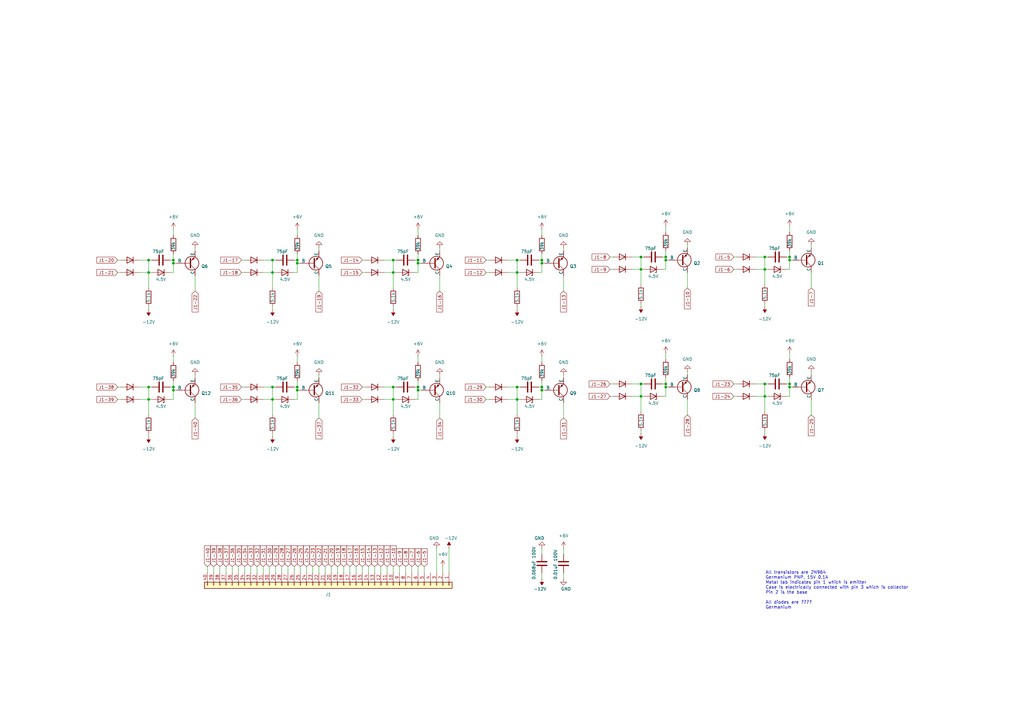
<source format=kicad_sch>
(kicad_sch (version 20250114) (generator "eeschema") (generator_version "9.0")
  (paper "A3")
  (text "All transistors are 2N964\nGermanium PNP, 15V 0.1A\nMetal tab indicates pin 1 which is emitter\nCase is electrically connected with pin 3 which is collector\nPin 2 is the base\n\nAll diodes are ????\nGermanium" (at 313.944 242.062 0) (effects (font (size 1.27 1.27)) (justify left)))
  (junction (at 111.76 106.68))
  (junction (at 212.09 163.83))
  (junction (at 262.89 157.48))
  (junction (at 60.96 158.75))
  (junction (at 60.96 111.76))
  (junction (at 273.05 106.68))
  (junction (at 111.76 158.75))
  (junction (at 121.92 106.68))
  (junction (at 161.29 106.68))
  (junction (at 262.89 105.41))
  (junction (at 262.89 110.49))
  (junction (at 171.45 158.75))
  (junction (at 313.69 110.49))
  (junction (at 121.92 107.95))
  (junction (at 222.25 158.75))
  (junction (at 313.69 105.41))
  (junction (at 323.85 106.68))
  (junction (at 273.05 158.75))
  (junction (at 222.25 106.68))
  (junction (at 323.85 105.41))
  (junction (at 171.45 107.95))
  (junction (at 71.12 158.75))
  (junction (at 212.09 106.68))
  (junction (at 71.12 106.68))
  (junction (at 111.76 111.76))
  (junction (at 212.09 111.76))
  (junction (at 161.29 111.76))
  (junction (at 171.45 160.02))
  (junction (at 222.25 107.95))
  (junction (at 273.05 105.41))
  (junction (at 111.76 163.83))
  (junction (at 273.05 157.48))
  (junction (at 161.29 163.83))
  (junction (at 323.85 158.75))
  (junction (at 60.96 163.83))
  (junction (at 313.69 162.56))
  (junction (at 212.09 158.75))
  (junction (at 161.29 158.75))
  (junction (at 313.69 157.48))
  (junction (at 222.25 160.02))
  (junction (at 71.12 107.95))
  (junction (at 171.45 106.68))
  (junction (at 121.92 160.02))
  (junction (at 121.92 158.75))
  (junction (at 323.85 157.48))
  (junction (at 60.96 106.68))
  (junction (at 71.12 160.02))
  (junction (at 262.89 162.56))
  (wire (pts (xy 140.97 232.41) (xy 140.97 234.95)))
  (wire (pts (xy 115.57 232.41) (xy 115.57 234.95)))
  (wire (pts (xy 273.05 106.68) (xy 273.05 110.49)))
  (wire (pts (xy 71.12 146.05) (xy 71.12 148.59)))
  (wire (pts (xy 313.69 105.41) (xy 313.69 110.49)))
  (wire (pts (xy 71.12 158.75) (xy 71.12 156.21)))
  (wire (pts (xy 323.85 105.41) (xy 322.58 105.41)))
  (wire (pts (xy 300.99 105.41) (xy 302.26 105.41)))
  (wire (pts (xy 208.28 106.68) (xy 212.09 106.68)))
  (wire (pts (xy 60.96 111.76) (xy 60.96 118.11)))
  (wire (pts (xy 71.12 107.95) (xy 72.39 107.95)))
  (wire (pts (xy 148.59 163.83) (xy 149.86 163.83)))
  (wire (pts (xy 220.98 163.83) (xy 222.25 163.83)))
  (wire (pts (xy 273.05 157.48) (xy 273.05 158.75)))
  (wire (pts (xy 80.01 102.87) (xy 80.01 101.6)))
  (wire (pts (xy 273.05 144.78) (xy 273.05 147.32)))
  (wire (pts (xy 157.48 163.83) (xy 161.29 163.83)))
  (wire (pts (xy 107.95 106.68) (xy 111.76 106.68)))
  (wire (pts (xy 170.18 111.76) (xy 171.45 111.76)))
  (wire (pts (xy 148.59 232.41) (xy 148.59 234.95)))
  (wire (pts (xy 323.85 144.78) (xy 323.85 147.32)))
  (wire (pts (xy 171.45 158.75) (xy 170.18 158.75)))
  (wire (pts (xy 314.96 162.56) (xy 313.69 162.56)))
  (wire (pts (xy 323.85 106.68) (xy 325.12 106.68)))
  (wire (pts (xy 121.92 158.75) (xy 120.65 158.75)))
  (wire (pts (xy 161.29 232.41) (xy 161.29 234.95)))
  (wire (pts (xy 166.37 232.41) (xy 166.37 234.95)))
  (wire (pts (xy 220.98 111.76) (xy 222.25 111.76)))
  (wire (pts (xy 60.96 163.83) (xy 60.96 170.18)))
  (wire (pts (xy 208.28 163.83) (xy 212.09 163.83)))
  (wire (pts (xy 71.12 158.75) (xy 71.12 160.02)))
  (wire (pts (xy 250.19 162.56) (xy 251.46 162.56)))
  (wire (pts (xy 48.26 158.75) (xy 49.53 158.75)))
  (wire (pts (xy 264.16 110.49) (xy 262.89 110.49)))
  (wire (pts (xy 181.61 232.41) (xy 181.61 234.95)))
  (wire (pts (xy 264.16 162.56) (xy 262.89 162.56)))
  (wire (pts (xy 161.29 163.83) (xy 161.29 170.18)))
  (wire (pts (xy 323.85 158.75) (xy 323.85 162.56)))
  (wire (pts (xy 212.09 158.75) (xy 212.09 163.83)))
  (wire (pts (xy 121.92 146.05) (xy 121.92 148.59)))
  (wire (pts (xy 259.08 110.49) (xy 262.89 110.49)))
  (wire (pts (xy 62.23 158.75) (xy 60.96 158.75)))
  (wire (pts (xy 60.96 179.07) (xy 60.96 177.8)))
  (wire (pts (xy 322.58 110.49) (xy 323.85 110.49)))
  (wire (pts (xy 273.05 92.71) (xy 273.05 95.25)))
  (wire (pts (xy 171.45 232.41) (xy 171.45 234.95)))
  (wire (pts (xy 123.19 232.41) (xy 123.19 234.95)))
  (wire (pts (xy 222.25 224.79) (xy 222.25 227.33)))
  (wire (pts (xy 118.11 232.41) (xy 118.11 234.95)))
  (wire (pts (xy 332.74 163.83) (xy 332.74 170.18)))
  (wire (pts (xy 180.34 165.1) (xy 180.34 171.45)))
  (wire (pts (xy 71.12 106.68) (xy 71.12 104.14)))
  (wire (pts (xy 102.87 232.41) (xy 102.87 234.95)))
  (wire (pts (xy 138.43 232.41) (xy 138.43 234.95)))
  (wire (pts (xy 180.34 154.94) (xy 180.34 153.67)))
  (wire (pts (xy 222.25 93.98) (xy 222.25 96.52)))
  (wire (pts (xy 99.06 106.68) (xy 100.33 106.68)))
  (wire (pts (xy 273.05 158.75) (xy 274.32 158.75)))
  (wire (pts (xy 60.96 127) (xy 60.96 125.73)))
  (wire (pts (xy 222.25 146.05) (xy 222.25 148.59)))
  (wire (pts (xy 128.27 232.41) (xy 128.27 234.95)))
  (wire (pts (xy 281.94 111.76) (xy 281.94 118.11)))
  (wire (pts (xy 130.81 154.94) (xy 130.81 153.67)))
  (wire (pts (xy 281.94 163.83) (xy 281.94 170.18)))
  (wire (pts (xy 199.39 111.76) (xy 200.66 111.76)))
  (wire (pts (xy 199.39 158.75) (xy 200.66 158.75)))
  (wire (pts (xy 69.85 111.76) (xy 71.12 111.76)))
  (wire (pts (xy 180.34 113.03) (xy 180.34 119.38)))
  (wire (pts (xy 99.06 111.76) (xy 100.33 111.76)))
  (wire (pts (xy 121.92 106.68) (xy 121.92 104.14)))
  (wire (pts (xy 332.74 101.6) (xy 332.74 100.33)))
  (wire (pts (xy 57.15 106.68) (xy 60.96 106.68)))
  (wire (pts (xy 208.28 111.76) (xy 212.09 111.76)))
  (wire (pts (xy 300.99 110.49) (xy 302.26 110.49)))
  (wire (pts (xy 171.45 106.68) (xy 171.45 107.95)))
  (wire (pts (xy 199.39 163.83) (xy 200.66 163.83)))
  (wire (pts (xy 273.05 105.41) (xy 273.05 106.68)))
  (wire (pts (xy 212.09 127) (xy 212.09 125.73)))
  (wire (pts (xy 97.79 232.41) (xy 97.79 234.95)))
  (wire (pts (xy 171.45 106.68) (xy 171.45 104.14)))
  (wire (pts (xy 171.45 158.75) (xy 171.45 156.21)))
  (wire (pts (xy 143.51 232.41) (xy 143.51 234.95)))
  (wire (pts (xy 213.36 111.76) (xy 212.09 111.76)))
  (wire (pts (xy 62.23 106.68) (xy 60.96 106.68)))
  (wire (pts (xy 271.78 162.56) (xy 273.05 162.56)))
  (wire (pts (xy 273.05 105.41) (xy 273.05 102.87)))
  (wire (pts (xy 157.48 111.76) (xy 161.29 111.76)))
  (wire (pts (xy 71.12 106.68) (xy 69.85 106.68)))
  (wire (pts (xy 262.89 157.48) (xy 262.89 162.56)))
  (wire (pts (xy 273.05 106.68) (xy 274.32 106.68)))
  (wire (pts (xy 163.83 232.41) (xy 163.83 234.95)))
  (wire (pts (xy 130.81 165.1) (xy 130.81 171.45)))
  (wire (pts (xy 92.71 232.41) (xy 92.71 234.95)))
  (wire (pts (xy 168.91 232.41) (xy 168.91 234.95)))
  (wire (pts (xy 250.19 105.41) (xy 251.46 105.41)))
  (wire (pts (xy 212.09 163.83) (xy 212.09 170.18)))
  (wire (pts (xy 213.36 158.75) (xy 212.09 158.75)))
  (wire (pts (xy 130.81 102.87) (xy 130.81 101.6)))
  (wire (pts (xy 90.17 232.41) (xy 90.17 234.95)))
  (wire (pts (xy 120.65 232.41) (xy 120.65 234.95)))
  (wire (pts (xy 250.19 110.49) (xy 251.46 110.49)))
  (wire (pts (xy 264.16 105.41) (xy 262.89 105.41)))
  (wire (pts (xy 62.23 111.76) (xy 60.96 111.76)))
  (wire (pts (xy 179.07 224.79) (xy 179.07 234.95)))
  (wire (pts (xy 113.03 111.76) (xy 111.76 111.76)))
  (wire (pts (xy 99.06 163.83) (xy 100.33 163.83)))
  (wire (pts (xy 323.85 105.41) (xy 323.85 106.68)))
  (wire (pts (xy 273.05 105.41) (xy 271.78 105.41)))
  (wire (pts (xy 130.81 232.41) (xy 130.81 234.95)))
  (wire (pts (xy 162.56 158.75) (xy 161.29 158.75)))
  (wire (pts (xy 105.41 232.41) (xy 105.41 234.95)))
  (wire (pts (xy 222.25 106.68) (xy 222.25 104.14)))
  (wire (pts (xy 273.05 157.48) (xy 271.78 157.48)))
  (wire (pts (xy 180.34 102.87) (xy 180.34 101.6)))
  (wire (pts (xy 250.19 157.48) (xy 251.46 157.48)))
  (wire (pts (xy 87.63 232.41) (xy 87.63 234.95)))
  (wire (pts (xy 332.74 153.67) (xy 332.74 152.4)))
  (wire (pts (xy 208.28 158.75) (xy 212.09 158.75)))
  (wire (pts (xy 111.76 158.75) (xy 111.76 163.83)))
  (wire (pts (xy 281.94 153.67) (xy 281.94 152.4)))
  (wire (pts (xy 314.96 105.41) (xy 313.69 105.41)))
  (wire (pts (xy 111.76 163.83) (xy 111.76 170.18)))
  (wire (pts (xy 121.92 107.95) (xy 123.19 107.95)))
  (wire (pts (xy 110.49 232.41) (xy 110.49 234.95)))
  (wire (pts (xy 157.48 106.68) (xy 161.29 106.68)))
  (wire (pts (xy 222.25 160.02) (xy 222.25 163.83)))
  (wire (pts (xy 309.88 105.41) (xy 313.69 105.41)))
  (wire (pts (xy 273.05 157.48) (xy 273.05 154.94)))
  (wire (pts (xy 100.33 232.41) (xy 100.33 234.95)))
  (wire (pts (xy 120.65 111.76) (xy 121.92 111.76)))
  (wire (pts (xy 273.05 158.75) (xy 273.05 162.56)))
  (wire (pts (xy 48.26 106.68) (xy 49.53 106.68)))
  (wire (pts (xy 111.76 179.07) (xy 111.76 177.8)))
  (wire (pts (xy 148.59 111.76) (xy 149.86 111.76)))
  (wire (pts (xy 171.45 107.95) (xy 171.45 111.76)))
  (wire (pts (xy 153.67 232.41) (xy 153.67 234.95)))
  (wire (pts (xy 121.92 106.68) (xy 121.92 107.95)))
  (wire (pts (xy 107.95 232.41) (xy 107.95 234.95)))
  (wire (pts (xy 170.18 163.83) (xy 171.45 163.83)))
  (wire (pts (xy 171.45 146.05) (xy 171.45 148.59)))
  (wire (pts (xy 161.29 158.75) (xy 161.29 163.83)))
  (wire (pts (xy 262.89 110.49) (xy 262.89 116.84)))
  (wire (pts (xy 309.88 157.48) (xy 313.69 157.48)))
  (wire (pts (xy 171.45 160.02) (xy 171.45 163.83)))
  (wire (pts (xy 111.76 127) (xy 111.76 125.73)))
  (wire (pts (xy 71.12 160.02) (xy 71.12 163.83)))
  (wire (pts (xy 323.85 158.75) (xy 325.12 158.75)))
  (wire (pts (xy 313.69 110.49) (xy 313.69 116.84)))
  (wire (pts (xy 171.45 158.75) (xy 171.45 160.02)))
  (wire (pts (xy 121.92 93.98) (xy 121.92 96.52)))
  (wire (pts (xy 323.85 106.68) (xy 323.85 110.49)))
  (wire (pts (xy 212.09 179.07) (xy 212.09 177.8)))
  (wire (pts (xy 113.03 163.83) (xy 111.76 163.83)))
  (wire (pts (xy 99.06 158.75) (xy 100.33 158.75)))
  (wire (pts (xy 171.45 160.02) (xy 172.72 160.02)))
  (wire (pts (xy 156.21 232.41) (xy 156.21 234.95)))
  (wire (pts (xy 60.96 158.75) (xy 60.96 163.83)))
  (wire (pts (xy 120.65 163.83) (xy 121.92 163.83)))
  (wire (pts (xy 57.15 163.83) (xy 60.96 163.83)))
  (wire (pts (xy 121.92 107.95) (xy 121.92 111.76)))
  (wire (pts (xy 231.14 154.94) (xy 231.14 153.67)))
  (wire (pts (xy 262.89 125.73) (xy 262.89 124.46)))
  (wire (pts (xy 281.94 101.6) (xy 281.94 100.33)))
  (wire (pts (xy 113.03 158.75) (xy 111.76 158.75)))
  (wire (pts (xy 199.39 106.68) (xy 200.66 106.68)))
  (wire (pts (xy 80.01 113.03) (xy 80.01 119.38)))
  (wire (pts (xy 222.25 158.75) (xy 220.98 158.75)))
  (wire (pts (xy 264.16 157.48) (xy 262.89 157.48)))
  (wire (pts (xy 161.29 179.07) (xy 161.29 177.8)))
  (wire (pts (xy 71.12 160.02) (xy 72.39 160.02)))
  (wire (pts (xy 111.76 106.68) (xy 111.76 111.76)))
  (wire (pts (xy 157.48 158.75) (xy 161.29 158.75)))
  (wire (pts (xy 113.03 232.41) (xy 113.03 234.95)))
  (wire (pts (xy 222.25 158.75) (xy 222.25 160.02)))
  (wire (pts (xy 332.74 111.76) (xy 332.74 118.11)))
  (wire (pts (xy 95.25 232.41) (xy 95.25 234.95)))
  (wire (pts (xy 259.08 157.48) (xy 262.89 157.48)))
  (wire (pts (xy 111.76 111.76) (xy 111.76 118.11)))
  (wire (pts (xy 162.56 163.83) (xy 161.29 163.83)))
  (wire (pts (xy 300.99 157.48) (xy 302.26 157.48)))
  (wire (pts (xy 125.73 232.41) (xy 125.73 234.95)))
  (wire (pts (xy 80.01 154.94) (xy 80.01 153.67)))
  (wire (pts (xy 148.59 106.68) (xy 149.86 106.68)))
  (wire (pts (xy 107.95 163.83) (xy 111.76 163.83)))
  (wire (pts (xy 162.56 106.68) (xy 161.29 106.68)))
  (wire (pts (xy 107.95 111.76) (xy 111.76 111.76)))
  (wire (pts (xy 231.14 102.87) (xy 231.14 101.6)))
  (wire (pts (xy 80.01 165.1) (xy 80.01 171.45)))
  (wire (pts (xy 133.35 232.41) (xy 133.35 234.95)))
  (wire (pts (xy 161.29 111.76) (xy 161.29 118.11)))
  (wire (pts (xy 146.05 232.41) (xy 146.05 234.95)))
  (wire (pts (xy 71.12 106.68) (xy 71.12 107.95)))
  (wire (pts (xy 313.69 125.73) (xy 313.69 124.46)))
  (wire (pts (xy 231.14 234.95) (xy 231.14 237.49)))
  (wire (pts (xy 71.12 107.95) (xy 71.12 111.76)))
  (wire (pts (xy 222.25 158.75) (xy 222.25 156.21)))
  (wire (pts (xy 222.25 106.68) (xy 220.98 106.68)))
  (wire (pts (xy 222.25 107.95) (xy 223.52 107.95)))
  (wire (pts (xy 323.85 157.48) (xy 323.85 158.75)))
  (wire (pts (xy 57.15 111.76) (xy 60.96 111.76)))
  (wire (pts (xy 262.89 177.8) (xy 262.89 176.53)))
  (wire (pts (xy 323.85 157.48) (xy 322.58 157.48)))
  (wire (pts (xy 222.25 107.95) (xy 222.25 111.76)))
  (wire (pts (xy 313.69 177.8) (xy 313.69 176.53)))
  (wire (pts (xy 161.29 127) (xy 161.29 125.73)))
  (wire (pts (xy 158.75 232.41) (xy 158.75 234.95)))
  (wire (pts (xy 222.25 234.95) (xy 222.25 237.49)))
  (wire (pts (xy 271.78 110.49) (xy 273.05 110.49)))
  (wire (pts (xy 322.58 162.56) (xy 323.85 162.56)))
  (wire (pts (xy 231.14 165.1) (xy 231.14 171.45)))
  (wire (pts (xy 313.69 157.48) (xy 313.69 162.56)))
  (wire (pts (xy 259.08 162.56) (xy 262.89 162.56)))
  (wire (pts (xy 300.99 162.56) (xy 302.26 162.56)))
  (wire (pts (xy 130.81 113.03) (xy 130.81 119.38)))
  (wire (pts (xy 151.13 232.41) (xy 151.13 234.95)))
  (wire (pts (xy 184.15 224.79) (xy 184.15 234.95)))
  (wire (pts (xy 171.45 93.98) (xy 171.45 96.52)))
  (wire (pts (xy 313.69 162.56) (xy 313.69 168.91)))
  (wire (pts (xy 314.96 157.48) (xy 313.69 157.48)))
  (wire (pts (xy 135.89 232.41) (xy 135.89 234.95)))
  (wire (pts (xy 259.08 105.41) (xy 262.89 105.41)))
  (wire (pts (xy 231.14 224.79) (xy 231.14 227.33)))
  (wire (pts (xy 121.92 158.75) (xy 121.92 156.21)))
  (wire (pts (xy 121.92 160.02) (xy 123.19 160.02)))
  (wire (pts (xy 212.09 111.76) (xy 212.09 118.11)))
  (wire (pts (xy 148.59 158.75) (xy 149.86 158.75)))
  (wire (pts (xy 323.85 105.41) (xy 323.85 102.87)))
  (wire (pts (xy 323.85 157.48) (xy 323.85 154.94)))
  (wire (pts (xy 213.36 163.83) (xy 212.09 163.83)))
  (wire (pts (xy 309.88 110.49) (xy 313.69 110.49)))
  (wire (pts (xy 222.25 160.02) (xy 223.52 160.02)))
  (wire (pts (xy 57.15 158.75) (xy 60.96 158.75)))
  (wire (pts (xy 121.92 160.02) (xy 121.92 163.83)))
  (wire (pts (xy 113.03 106.68) (xy 111.76 106.68)))
  (wire (pts (xy 161.29 106.68) (xy 161.29 111.76)))
  (wire (pts (xy 309.88 162.56) (xy 313.69 162.56)))
  (wire (pts (xy 323.85 92.71) (xy 323.85 95.25)))
  (wire (pts (xy 48.26 163.83) (xy 49.53 163.83)))
  (wire (pts (xy 60.96 106.68) (xy 60.96 111.76)))
  (wire (pts (xy 162.56 111.76) (xy 161.29 111.76)))
  (wire (pts (xy 222.25 106.68) (xy 222.25 107.95)))
  (wire (pts (xy 171.45 106.68) (xy 170.18 106.68)))
  (wire (pts (xy 62.23 163.83) (xy 60.96 163.83)))
  (wire (pts (xy 171.45 107.95) (xy 172.72 107.95)))
  (wire (pts (xy 262.89 105.41) (xy 262.89 110.49)))
  (wire (pts (xy 231.14 113.03) (xy 231.14 119.38)))
  (wire (pts (xy 71.12 93.98) (xy 71.12 96.52)))
  (wire (pts (xy 71.12 158.75) (xy 69.85 158.75)))
  (wire (pts (xy 69.85 163.83) (xy 71.12 163.83)))
  (wire (pts (xy 212.09 106.68) (xy 212.09 111.76)))
  (wire (pts (xy 173.99 232.41) (xy 173.99 234.95)))
  (wire (pts (xy 213.36 106.68) (xy 212.09 106.68)))
  (wire (pts (xy 314.96 110.49) (xy 313.69 110.49)))
  (wire (pts (xy 121.92 106.68) (xy 120.65 106.68)))
  (wire (pts (xy 262.89 162.56) (xy 262.89 168.91)))
  (wire (pts (xy 121.92 158.75) (xy 121.92 160.02)))
  (wire (pts (xy 85.09 232.41) (xy 85.09 234.95)))
  (wire (pts (xy 48.26 111.76) (xy 49.53 111.76)))
  (wire (pts (xy 107.95 158.75) (xy 111.76 158.75)))
  (global_label "J1-17" (shape input) (at 143.51 232.41 90) (property "Intersheetrefs" "${INTERSHEET_REFS}" (effects (hide yes))))
  (global_label "J1-16" (shape input) (at 146.05 232.41 90) (property "Intersheetrefs" "${INTERSHEET_REFS}" (effects (hide yes))))
  (global_label "J1-15" (shape input) (at 148.59 111.76 180) (property "Intersheetrefs" "${INTERSHEET_REFS}" (effects (hide yes))))
  (global_label "J1-5" (shape input) (at 173.99 232.41 90) (property "Intersheetrefs" "${INTERSHEET_REFS}" (effects (hide yes))))
  (global_label "J1-22" (shape input) (at 80.01 119.38 270) (property "Intersheetrefs" "${INTERSHEET_REFS}" (effects (hide yes))))
  (global_label "J1-14" (shape input) (at 151.13 232.41 90) (property "Intersheetrefs" "${INTERSHEET_REFS}" (effects (hide yes))))
  (global_label "J1-14" (shape input) (at 148.59 106.68 180) (property "Intersheetrefs" "${INTERSHEET_REFS}" (effects (hide yes))))
  (global_label "J1-19" (shape input) (at 138.43 232.41 90) (property "Intersheetrefs" "${INTERSHEET_REFS}" (effects (hide yes))))
  (global_label "J1-24" (shape input) (at 300.99 162.56 180) (property "Intersheetrefs" "${INTERSHEET_REFS}" (effects (hide yes))))
  (global_label "J1-12" (shape input) (at 199.39 111.76 180) (property "Intersheetrefs" "${INTERSHEET_REFS}" (effects (hide yes))))
  (global_label "J1-21" (shape input) (at 133.35 232.41 90) (property "Intersheetrefs" "${INTERSHEET_REFS}" (effects (hide yes))))
  (global_label "J1-38" (shape input) (at 90.17 232.41 90) (property "Intersheetrefs" "${INTERSHEET_REFS}" (effects (hide yes))))
  (global_label "J1-18" (shape input) (at 140.97 232.41 90) (property "Intersheetrefs" "${INTERSHEET_REFS}" (effects (hide yes))))
  (global_label "J1-6" (shape input) (at 171.45 232.41 90) (property "Intersheetrefs" "${INTERSHEET_REFS}" (effects (hide yes))))
  (global_label "J1-26" (shape input) (at 250.19 157.48 180) (property "Intersheetrefs" "${INTERSHEET_REFS}" (effects (hide yes))))
  (global_label "J1-32" (shape input) (at 105.41 232.41 90) (property "Intersheetrefs" "${INTERSHEET_REFS}" (effects (hide yes))))
  (global_label "J1-15" (shape input) (at 148.59 232.41 90) (property "Intersheetrefs" "${INTERSHEET_REFS}" (effects (hide yes))))
  (global_label "J1-29" (shape input) (at 113.03 232.41 90) (property "Intersheetrefs" "${INTERSHEET_REFS}" (effects (hide yes))))
  (global_label "J1-37" (shape input) (at 92.71 232.41 90) (property "Intersheetrefs" "${INTERSHEET_REFS}" (effects (hide yes))))
  (global_label "J1-40" (shape input) (at 85.09 232.41 90) (property "Intersheetrefs" "${INTERSHEET_REFS}" (effects (hide yes))))
  (global_label "J1-26" (shape input) (at 120.65 232.41 90) (property "Intersheetrefs" "${INTERSHEET_REFS}" (effects (hide yes))))
  (global_label "J1-19" (shape input) (at 130.81 119.38 270) (property "Intersheetrefs" "${INTERSHEET_REFS}" (effects (hide yes))))
  (global_label "J1-5" (shape input) (at 300.99 105.41 180) (property "Intersheetrefs" "${INTERSHEET_REFS}" (effects (hide yes))))
  (global_label "J1-35" (shape input) (at 99.06 158.75 180) (property "Intersheetrefs" "${INTERSHEET_REFS}" (effects (hide yes))))
  (global_label "J1-20" (shape input) (at 135.89 232.41 90) (property "Intersheetrefs" "${INTERSHEET_REFS}" (effects (hide yes))))
  (global_label "J1-25" (shape input) (at 332.74 170.18 270) (property "Intersheetrefs" "${INTERSHEET_REFS}" (effects (hide yes))))
  (global_label "J1-17" (shape input) (at 99.06 106.68 180) (property "Intersheetrefs" "${INTERSHEET_REFS}" (effects (hide yes))))
  (global_label "J1-8" (shape input) (at 250.19 105.41 180) (property "Intersheetrefs" "${INTERSHEET_REFS}" (effects (hide yes))))
  (global_label "J1-37" (shape input) (at 130.81 171.45 270) (property "Intersheetrefs" "${INTERSHEET_REFS}" (effects (hide yes))))
  (global_label "J1-16" (shape input) (at 180.34 119.38 270) (property "Intersheetrefs" "${INTERSHEET_REFS}" (effects (hide yes))))
  (global_label "J1-39" (shape input) (at 87.63 232.41 90) (property "Intersheetrefs" "${INTERSHEET_REFS}" (effects (hide yes))))
  (global_label "J1-28" (shape input) (at 115.57 232.41 90) (property "Intersheetrefs" "${INTERSHEET_REFS}" (effects (hide yes))))
  (global_label "J1-11" (shape input) (at 158.75 232.41 90) (property "Intersheetrefs" "${INTERSHEET_REFS}" (effects (hide yes))))
  (global_label "J1-31" (shape input) (at 107.95 232.41 90) (property "Intersheetrefs" "${INTERSHEET_REFS}" (effects (hide yes))))
  (global_label "J1-33" (shape input) (at 102.87 232.41 90) (property "Intersheetrefs" "${INTERSHEET_REFS}" (effects (hide yes))))
  (global_label "J1-6" (shape input) (at 300.99 110.49 180) (property "Intersheetrefs" "${INTERSHEET_REFS}" (effects (hide yes))))
  (global_label "J1-18" (shape input) (at 99.06 111.76 180) (property "Intersheetrefs" "${INTERSHEET_REFS}" (effects (hide yes))))
  (global_label "J1-38" (shape input) (at 48.26 158.75 180) (property "Intersheetrefs" "${INTERSHEET_REFS}" (effects (hide yes))))
  (global_label "J1-10" (shape input) (at 161.29 232.41 90) (property "Intersheetrefs" "${INTERSHEET_REFS}" (effects (hide yes))))
  (global_label "J1-13" (shape input) (at 231.14 119.38 270) (property "Intersheetrefs" "${INTERSHEET_REFS}" (effects (hide yes))))
  (global_label "J1-8" (shape input) (at 166.37 232.41 90) (property "Intersheetrefs" "${INTERSHEET_REFS}" (effects (hide yes))))
  (global_label "J1-12" (shape input) (at 156.21 232.41 90) (property "Intersheetrefs" "${INTERSHEET_REFS}" (effects (hide yes))))
  (global_label "J1-24" (shape input) (at 125.73 232.41 90) (property "Intersheetrefs" "${INTERSHEET_REFS}" (effects (hide yes))))
  (global_label "J1-36" (shape input) (at 99.06 163.83 180) (property "Intersheetrefs" "${INTERSHEET_REFS}" (effects (hide yes))))
  (global_label "J1-27" (shape input) (at 250.19 162.56 180) (property "Intersheetrefs" "${INTERSHEET_REFS}" (effects (hide yes))))
  (global_label "J1-30" (shape input) (at 110.49 232.41 90) (property "Intersheetrefs" "${INTERSHEET_REFS}" (effects (hide yes))))
  (global_label "J1-13" (shape input) (at 153.67 232.41 90) (property "Intersheetrefs" "${INTERSHEET_REFS}" (effects (hide yes))))
  (global_label "J1-34" (shape input) (at 180.34 171.45 270) (property "Intersheetrefs" "${INTERSHEET_REFS}" (effects (hide yes))))
  (global_label "J1-29" (shape input) (at 199.39 158.75 180) (property "Intersheetrefs" "${INTERSHEET_REFS}" (effects (hide yes))))
  (global_label "J1-39" (shape input) (at 48.26 163.83 180) (property "Intersheetrefs" "${INTERSHEET_REFS}" (effects (hide yes))))
  (global_label "J1-35" (shape input) (at 97.79 232.41 90) (property "Intersheetrefs" "${INTERSHEET_REFS}" (effects (hide yes))))
  (global_label "J1-22" (shape input) (at 130.81 232.41 90) (property "Intersheetrefs" "${INTERSHEET_REFS}" (effects (hide yes))))
  (global_label "J1-23" (shape input) (at 128.27 232.41 90) (property "Intersheetrefs" "${INTERSHEET_REFS}" (effects (hide yes))))
  (global_label "J1-11" (shape input) (at 199.39 106.68 180) (property "Intersheetrefs" "${INTERSHEET_REFS}" (effects (hide yes))))
  (global_label "J1-27" (shape input) (at 118.11 232.41 90) (property "Intersheetrefs" "${INTERSHEET_REFS}" (effects (hide yes))))
  (global_label "J1-31" (shape input) (at 231.14 171.45 270) (property "Intersheetrefs" "${INTERSHEET_REFS}" (effects (hide yes))))
  (global_label "J1-32" (shape input) (at 148.59 158.75 180) (property "Intersheetrefs" "${INTERSHEET_REFS}" (effects (hide yes))))
  (global_label "J1-9" (shape input) (at 250.19 110.49 180) (property "Intersheetrefs" "${INTERSHEET_REFS}" (effects (hide yes))))
  (global_label "J1-23" (shape input) (at 300.99 157.48 180) (property "Intersheetrefs" "${INTERSHEET_REFS}" (effects (hide yes))))
  (global_label "J1-20" (shape input) (at 48.26 106.68 180) (property "Intersheetrefs" "${INTERSHEET_REFS}" (effects (hide yes))))
  (global_label "J1-21" (shape input) (at 48.26 111.76 180) (property "Intersheetrefs" "${INTERSHEET_REFS}" (effects (hide yes))))
  (global_label "J1-28" (shape input) (at 281.94 170.18 270) (property "Intersheetrefs" "${INTERSHEET_REFS}" (effects (hide yes))))
  (global_label "J1-33" (shape input) (at 148.59 163.83 180) (property "Intersheetrefs" "${INTERSHEET_REFS}" (effects (hide yes))))
  (global_label "J1-34" (shape input) (at 100.33 232.41 90) (property "Intersheetrefs" "${INTERSHEET_REFS}" (effects (hide yes))))
  (global_label "J1-40" (shape input) (at 80.01 171.45 270) (property "Intersheetrefs" "${INTERSHEET_REFS}" (effects (hide yes))))
  (global_label "J1-7" (shape input) (at 168.91 232.41 90) (property "Intersheetrefs" "${INTERSHEET_REFS}" (effects (hide yes))))
  (global_label "J1-10" (shape input) (at 281.94 118.11 270) (property "Intersheetrefs" "${INTERSHEET_REFS}" (effects (hide yes))))
  (global_label "J1-9" (shape input) (at 163.83 232.41 90) (property "Intersheetrefs" "${INTERSHEET_REFS}" (effects (hide yes))))
  (global_label "J1-30" (shape input) (at 199.39 163.83 180) (property "Intersheetrefs" "${INTERSHEET_REFS}" (effects (hide yes))))
  (global_label "J1-7" (shape input) (at 332.74 118.11 270) (property "Intersheetrefs" "${INTERSHEET_REFS}" (effects (hide yes))))
  (global_label "J1-25" (shape input) (at 123.19 232.41 90) (property "Intersheetrefs" "${INTERSHEET_REFS}" (effects (hide yes))))
  (global_label "J1-36" (shape input) (at 95.25 232.41 90) (property "Intersheetrefs" "${INTERSHEET_REFS}" (effects (hide yes))))
  (symbol (lib_id "power:-12V") (at 111.76 127 0) (mirror x) (unit 1)
    (property "Reference" "#PWR042" (effects (hide yes)))
    (property "Value" "-12V" (at 111.76 132.08 0))
    (property "Description" "Power symbol creates a global label with name \"-12V\"" (effects (hide yes)))
  )
  (symbol (lib_id "Device:R") (at 212.09 173.99 0) (mirror x) (unit 1)
    (property "Reference" "R41" (effects (hide yes)))
    (property "Value" "5.1k" (at 212.09 171.958 90) (effects (justify left)))
    (property "Description" "Resistor" (effects (hide yes)))
  )
  (symbol (lib_id "Device:R") (at 313.69 172.72 0) (mirror x) (unit 1)
    (property "Reference" "R45" (effects (hide yes)))
    (property "Value" "5.1k" (at 313.69 170.688 90) (effects (justify left)))
    (property "Description" "Resistor" (effects (hide yes)))
  )
  (symbol (lib_id "Device:R") (at 313.69 120.65 0) (mirror x) (unit 1)
    (property "Reference" "R23" (effects (hide yes)))
    (property "Value" "5.1k" (at 313.69 118.618 90) (effects (justify left)))
    (property "Description" "Resistor" (effects (hide yes)))
  )
  (symbol (lib_id "Device:R") (at 60.96 173.99 0) (mirror x) (unit 1)
    (property "Reference" "R35" (effects (hide yes)))
    (property "Value" "5.1k" (at 60.96 171.958 90) (effects (justify left)))
    (property "Description" "Resistor" (effects (hide yes)))
  )
  (symbol (lib_id "power:-12V") (at 212.09 127 0) (mirror x) (unit 1)
    (property "Reference" "#PWR036" (effects (hide yes)))
    (property "Value" "-12V" (at 212.09 132.08 0))
    (property "Description" "Power symbol creates a global label with name \"-12V\"" (effects (hide yes)))
  )
  (symbol (lib_id "Device:D") (at 153.67 163.83 0) (mirror y) (unit 1)
    (property "Reference" "D88" (effects (hide yes)))
    (property "Value" "D" (effects (hide yes)))
    (property "Description" "Diode" (effects (hide yes)))
    (property "Sim.Device" "D" (effects (hide yes)))
    (property "Sim.Pins" "1=K 2=A" (effects (hide yes)))
  )
  (symbol (lib_id "Device:D") (at 53.34 163.83 0) (mirror y) (unit 1)
    (property "Reference" "D82" (effects (hide yes)))
    (property "Value" "D" (effects (hide yes)))
    (property "Description" "Diode" (effects (hide yes)))
    (property "Sim.Device" "D" (effects (hide yes)))
    (property "Sim.Pins" "1=K 2=A" (effects (hide yes)))
  )
  (symbol (lib_id "Device:R") (at 121.92 152.4 180) (unit 1)
    (property "Reference" "R38" (effects (hide yes)))
    (property "Value" "39k" (at 121.92 151.13 90) (effects (justify left)))
    (property "Description" "Resistor" (effects (hide yes)))
  )
  (symbol (lib_id "Simulation_SPICE:PNP") (at 279.4 106.68 0) (mirror x) (unit 1)
    (property "Reference" "Q2" (at 284.48 107.9501 0) (effects (justify left)))
    (property "Value" "PNP" (effects (hide yes)))
    (property "Datasheet" "https://ngspice.sourceforge.io/docs/ngspice-html-manual/manual.xhtml#cha_BJTs" (effects (hide yes)))
    (property "Description" "Bipolar transistor symbol for simulation only, substrate tied to the emitter" (effects (hide yes)))
    (property "Sim.Device" "PNP" (effects (hide yes)))
    (property "Sim.Type" "GUMMELPOON" (effects (hide yes)))
    (property "Sim.Pins" "1=C 2=B 3=E" (effects (hide yes)))
  )
  (symbol (lib_id "Simulation_SPICE:PNP") (at 330.2 158.75 0) (mirror x) (unit 1)
    (property "Reference" "Q7" (at 335.28 160.0201 0) (effects (justify left)))
    (property "Value" "PNP" (effects (hide yes)))
    (property "Datasheet" "https://ngspice.sourceforge.io/docs/ngspice-html-manual/manual.xhtml#cha_BJTs" (effects (hide yes)))
    (property "Description" "Bipolar transistor symbol for simulation only, substrate tied to the emitter" (effects (hide yes)))
    (property "Sim.Device" "PNP" (effects (hide yes)))
    (property "Sim.Type" "GUMMELPOON" (effects (hide yes)))
    (property "Sim.Pins" "1=C 2=B 3=E" (effects (hide yes)))
  )
  (symbol (lib_id "power:GND") (at 231.14 237.49 0) (unit 1)
    (property "Reference" "#PWR04" (effects (hide yes)))
    (property "Value" "GND" (at 232.156 241.554 0))
    (property "Description" "Power symbol creates a global label with name \"GND\" , ground" (effects (hide yes)))
  )
  (symbol (lib_id "Device:R") (at 171.45 100.33 180) (unit 1)
    (property "Reference" "R28" (effects (hide yes)))
    (property "Value" "39k" (at 171.45 99.06 90) (effects (justify left)))
    (property "Description" "Resistor" (effects (hide yes)))
  )
  (symbol (lib_id "power:+6V") (at 323.85 92.71 0) (unit 1)
    (property "Reference" "#PWR029" (effects (hide yes)))
    (property "Value" "+6V" (at 323.85 87.63 0))
    (property "Description" "Power symbol creates a global label with name \"+6V\"" (effects (hide yes)))
  )
  (symbol (lib_id "Device:D") (at 104.14 163.83 0) (mirror y) (unit 1)
    (property "Reference" "D85" (effects (hide yes)))
    (property "Value" "D" (effects (hide yes)))
    (property "Description" "Diode" (effects (hide yes)))
    (property "Sim.Device" "D" (effects (hide yes)))
    (property "Sim.Pins" "1=K 2=A" (effects (hide yes)))
  )
  (symbol (lib_id "power:GND") (at 180.34 101.6 180) (unit 1)
    (property "Reference" "#PWR035" (effects (hide yes)))
    (property "Value" "GND" (at 180.34 96.52 0))
    (property "Description" "Power symbol creates a global label with name \"GND\" , ground" (effects (hide yes)))
  )
  (symbol (lib_id "power:-12V") (at 262.89 125.73 0) (mirror x) (unit 1)
    (property "Reference" "#PWR030" (effects (hide yes)))
    (property "Value" "-12V" (at 262.89 130.81 0))
    (property "Description" "Power symbol creates a global label with name \"-12V\"" (effects (hide yes)))
  )
  (symbol (lib_id "power:-12V") (at 60.96 127 0) (mirror x) (unit 1)
    (property "Reference" "#PWR039" (effects (hide yes)))
    (property "Value" "-12V" (at 60.96 132.08 0))
    (property "Description" "Power symbol creates a global label with name \"-12V\"" (effects (hide yes)))
  )
  (symbol (lib_id "power:GND") (at 332.74 152.4 180) (unit 1)
    (property "Reference" "#PWR062" (effects (hide yes)))
    (property "Value" "GND" (at 332.74 147.32 0))
    (property "Description" "Power symbol creates a global label with name \"GND\" , ground" (effects (hide yes)))
  )
  (symbol (lib_id "Simulation_SPICE:PNP") (at 128.27 160.02 0) (mirror x) (unit 1)
    (property "Reference" "Q11" (at 133.35 161.2901 0) (effects (justify left)))
    (property "Value" "PNP" (effects (hide yes)))
    (property "Datasheet" "https://ngspice.sourceforge.io/docs/ngspice-html-manual/manual.xhtml#cha_BJTs" (effects (hide yes)))
    (property "Description" "Bipolar transistor symbol for simulation only, substrate tied to the emitter" (effects (hide yes)))
    (property "Sim.Device" "PNP" (effects (hide yes)))
    (property "Sim.Type" "GUMMELPOON" (effects (hide yes)))
    (property "Sim.Pins" "1=C 2=B 3=E" (effects (hide yes)))
  )
  (symbol (lib_id "power:+6V") (at 273.05 144.78 0) (unit 1)
    (property "Reference" "#PWR058" (effects (hide yes)))
    (property "Value" "+6V" (at 273.05 139.7 0))
    (property "Description" "Power symbol creates a global label with name \"+6V\"" (effects (hide yes)))
  )
  (symbol (lib_id "power:GND") (at 222.25 224.79 180) (unit 1)
    (property "Reference" "#PWR03" (effects (hide yes)))
    (property "Value" "GND" (at 221.234 220.726 0))
    (property "Description" "Power symbol creates a global label with name \"GND\" , ground" (effects (hide yes)))
  )
  (symbol (lib_id "Device:C") (at 318.77 105.41 270) (mirror x) (unit 1)
    (property "Reference" "C11" (effects (hide yes)))
    (property "Value" "75pF" (at 315.214 101.854 90) (effects (justify left)))
    (property "Description" "Unpolarized capacitor" (effects (hide yes)))
  )
  (symbol (lib_id "power:GND") (at 179.07 224.79 180) (unit 1)
    (property "Reference" "#PWR01" (effects (hide yes)))
    (property "Value" "GND" (at 178.054 220.726 0))
    (property "Description" "Power symbol creates a global label with name \"GND\" , ground" (effects (hide yes)))
  )
  (symbol (lib_id "power:-12V") (at 161.29 127 0) (mirror x) (unit 1)
    (property "Reference" "#PWR033" (effects (hide yes)))
    (property "Value" "-12V" (at 161.29 132.08 0))
    (property "Description" "Power symbol creates a global label with name \"-12V\"" (effects (hide yes)))
  )
  (symbol (lib_id "Device:C") (at 231.14 231.14 0) (mirror y) (unit 1)
    (property "Reference" "C10" (effects (hide yes)))
    (property "Value" "0.01uF 100V" (at 227.838 237.744 90) (effects (justify left)))
    (property "Description" "Unpolarized capacitor" (effects (hide yes)))
  )
  (symbol (lib_id "power:+6V") (at 181.61 232.41 0) (unit 1)
    (property "Reference" "#PWR02" (effects (hide yes)))
    (property "Value" "+6V" (at 181.61 227.33 0))
    (property "Description" "Power symbol creates a global label with name \"+6V\"" (effects (hide yes)))
  )
  (symbol (lib_id "power:GND") (at 231.14 153.67 180) (unit 1)
    (property "Reference" "#PWR056" (effects (hide yes)))
    (property "Value" "GND" (at 231.14 148.59 0))
    (property "Description" "Power symbol creates a global label with name \"GND\" , ground" (effects (hide yes)))
  )
  (symbol (lib_id "power:GND") (at 130.81 101.6 180) (unit 1)
    (property "Reference" "#PWR044" (effects (hide yes)))
    (property "Value" "GND" (at 130.81 96.52 0))
    (property "Description" "Power symbol creates a global label with name \"GND\" , ground" (effects (hide yes)))
  )
  (symbol (lib_id "Device:D") (at 306.07 110.49 0) (mirror y) (unit 1)
    (property "Reference" "D64" (effects (hide yes)))
    (property "Value" "D" (effects (hide yes)))
    (property "Description" "Diode" (effects (hide yes)))
    (property "Sim.Device" "D" (effects (hide yes)))
    (property "Sim.Pins" "1=K 2=A" (effects (hide yes)))
  )
  (symbol (lib_id "Device:R") (at 60.96 121.92 0) (mirror x) (unit 1)
    (property "Reference" "R31" (effects (hide yes)))
    (property "Value" "5.1k" (at 60.96 119.888 90) (effects (justify left)))
    (property "Description" "Resistor" (effects (hide yes)))
  )
  (symbol (lib_id "Device:R") (at 222.25 100.33 180) (unit 1)
    (property "Reference" "R30" (effects (hide yes)))
    (property "Value" "39k" (at 222.25 99.06 90) (effects (justify left)))
    (property "Description" "Resistor" (effects (hide yes)))
  )
  (symbol (lib_id "Simulation_SPICE:PNP") (at 77.47 107.95 0) (mirror x) (unit 1)
    (property "Reference" "Q6" (at 82.55 109.2201 0) (effects (justify left)))
    (property "Value" "PNP" (effects (hide yes)))
    (property "Datasheet" "https://ngspice.sourceforge.io/docs/ngspice-html-manual/manual.xhtml#cha_BJTs" (effects (hide yes)))
    (property "Description" "Bipolar transistor symbol for simulation only, substrate tied to the emitter" (effects (hide yes)))
    (property "Sim.Device" "PNP" (effects (hide yes)))
    (property "Sim.Type" "GUMMELPOON" (effects (hide yes)))
    (property "Sim.Pins" "1=C 2=B 3=E" (effects (hide yes)))
  )
  (symbol (lib_id "Device:D") (at 53.34 106.68 0) (mirror y) (unit 1)
    (property "Reference" "D75" (effects (hide yes)))
    (property "Value" "D" (effects (hide yes)))
    (property "Description" "Diode" (effects (hide yes)))
    (property "Sim.Device" "D" (effects (hide yes)))
    (property "Sim.Pins" "1=K 2=A" (effects (hide yes)))
  )
  (symbol (lib_id "Device:R") (at 273.05 151.13 180) (unit 1)
    (property "Reference" "R44" (effects (hide yes)))
    (property "Value" "39k" (at 273.05 149.86 90) (effects (justify left)))
    (property "Description" "Resistor" (effects (hide yes)))
  )
  (symbol (lib_id "Device:R") (at 262.89 120.65 0) (mirror x) (unit 1)
    (property "Reference" "R25" (effects (hide yes)))
    (property "Value" "5.1k" (at 262.89 118.618 90) (effects (justify left)))
    (property "Description" "Resistor" (effects (hide yes)))
  )
  (symbol (lib_id "Device:D") (at 153.67 158.75 0) (mirror y) (unit 1)
    (property "Reference" "D87" (effects (hide yes)))
    (property "Value" "D" (effects (hide yes)))
    (property "Description" "Diode" (effects (hide yes)))
    (property "Sim.Device" "D" (effects (hide yes)))
    (property "Sim.Pins" "1=K 2=A" (effects (hide yes)))
  )
  (symbol (lib_id "Simulation_SPICE:PNP") (at 177.8 107.95 0) (mirror x) (unit 1)
    (property "Reference" "Q4" (at 182.88 109.2201 0) (effects (justify left)))
    (property "Value" "PNP" (effects (hide yes)))
    (property "Datasheet" "https://ngspice.sourceforge.io/docs/ngspice-html-manual/manual.xhtml#cha_BJTs" (effects (hide yes)))
    (property "Description" "Bipolar transistor symbol for simulation only, substrate tied to the emitter" (effects (hide yes)))
    (property "Sim.Device" "PNP" (effects (hide yes)))
    (property "Sim.Type" "GUMMELPOON" (effects (hide yes)))
    (property "Sim.Pins" "1=C 2=B 3=E" (effects (hide yes)))
  )
  (symbol (lib_id "Device:R") (at 161.29 173.99 0) (mirror x) (unit 1)
    (property "Reference" "R39" (effects (hide yes)))
    (property "Value" "5.1k" (at 161.29 171.958 90) (effects (justify left)))
    (property "Description" "Resistor" (effects (hide yes)))
  )
  (symbol (lib_id "power:+6V") (at 323.85 144.78 0) (unit 1)
    (property "Reference" "#PWR061" (effects (hide yes)))
    (property "Value" "+6V" (at 323.85 139.7 0))
    (property "Description" "Power symbol creates a global label with name \"+6V\"" (effects (hide yes)))
  )
  (symbol (lib_id "power:-12V") (at 161.29 179.07 0) (mirror x) (unit 1)
    (property "Reference" "#PWR051" (effects (hide yes)))
    (property "Value" "-12V" (at 161.29 184.15 0))
    (property "Description" "Power symbol creates a global label with name \"-12V\"" (effects (hide yes)))
  )
  (symbol (lib_id "Device:C") (at 217.17 158.75 270) (mirror x) (unit 1)
    (property "Reference" "C20" (effects (hide yes)))
    (property "Value" "75pF" (at 213.614 155.194 90) (effects (justify left)))
    (property "Description" "Unpolarized capacitor" (effects (hide yes)))
  )
  (symbol (lib_id "Device:D") (at 255.27 105.41 0) (mirror y) (unit 1)
    (property "Reference" "D66" (effects (hide yes)))
    (property "Value" "D" (effects (hide yes)))
    (property "Description" "Diode" (effects (hide yes)))
    (property "Sim.Device" "D" (effects (hide yes)))
    (property "Sim.Pins" "1=K 2=A" (effects (hide yes)))
  )
  (symbol (lib_id "Device:C") (at 66.04 158.75 270) (mirror x) (unit 1)
    (property "Reference" "C17" (effects (hide yes)))
    (property "Value" "75pF" (at 62.484 155.194 90) (effects (justify left)))
    (property "Description" "Unpolarized capacitor" (effects (hide yes)))
  )
  (symbol (lib_id "power:-12V") (at 262.89 177.8 0) (mirror x) (unit 1)
    (property "Reference" "#PWR057" (effects (hide yes)))
    (property "Value" "-12V" (at 262.89 182.88 0))
    (property "Description" "Power symbol creates a global label with name \"-12V\"" (effects (hide yes)))
  )
  (symbol (lib_id "power:+6V") (at 222.25 146.05 0) (unit 1)
    (property "Reference" "#PWR055" (effects (hide yes)))
    (property "Value" "+6V" (at 222.25 140.97 0))
    (property "Description" "Power symbol creates a global label with name \"+6V\"" (effects (hide yes)))
  )
  (symbol (lib_id "Device:R") (at 111.76 173.99 0) (mirror x) (unit 1)
    (property "Reference" "R37" (effects (hide yes)))
    (property "Value" "5.1k" (at 111.76 171.958 90) (effects (justify left)))
    (property "Description" "Resistor" (effects (hide yes)))
  )
  (symbol (lib_id "power:+6V") (at 222.25 93.98 0) (unit 1)
    (property "Reference" "#PWR037" (effects (hide yes)))
    (property "Value" "+6V" (at 222.25 88.9 0))
    (property "Description" "Power symbol creates a global label with name \"+6V\"" (effects (hide yes)))
  )
  (symbol (lib_id "Simulation_SPICE:PNP") (at 128.27 107.95 0) (mirror x) (unit 1)
    (property "Reference" "Q5" (at 133.35 109.2201 0) (effects (justify left)))
    (property "Value" "PNP" (effects (hide yes)))
    (property "Datasheet" "https://ngspice.sourceforge.io/docs/ngspice-html-manual/manual.xhtml#cha_BJTs" (effects (hide yes)))
    (property "Description" "Bipolar transistor symbol for simulation only, substrate tied to the emitter" (effects (hide yes)))
    (property "Sim.Device" "PNP" (effects (hide yes)))
    (property "Sim.Type" "GUMMELPOON" (effects (hide yes)))
    (property "Sim.Pins" "1=C 2=B 3=E" (effects (hide yes)))
  )
  (symbol (lib_id "power:GND") (at 80.01 153.67 180) (unit 1)
    (property "Reference" "#PWR047" (effects (hide yes)))
    (property "Value" "GND" (at 80.01 148.59 0))
    (property "Description" "Power symbol creates a global label with name \"GND\" , ground" (effects (hide yes)))
  )
  (symbol (lib_id "power:+6V") (at 231.14 224.79 0) (unit 1)
    (property "Reference" "#PWR05" (effects (hide yes)))
    (property "Value" "+6V" (at 231.14 219.71 0))
    (property "Description" "Power symbol creates a global label with name \"+6V\"" (effects (hide yes)))
  )
  (symbol (lib_id "Device:D") (at 255.27 110.49 0) (mirror y) (unit 1)
    (property "Reference" "D67" (effects (hide yes)))
    (property "Value" "D" (effects (hide yes)))
    (property "Description" "Diode" (effects (hide yes)))
    (property "Sim.Device" "D" (effects (hide yes)))
    (property "Sim.Pins" "1=K 2=A" (effects (hide yes)))
  )
  (symbol (lib_id "Device:D_Zener") (at 166.37 163.83 180) (unit 1)
    (property "Reference" "D5" (effects (hide yes)))
    (property "Value" "4.5V" (at 166.37 166.624 0))
    (property "Description" "Zener diode" (effects (hide yes)))
  )
  (symbol (lib_id "Device:D_Zener") (at 267.97 162.56 180) (unit 1)
    (property "Reference" "D9" (effects (hide yes)))
    (property "Value" "4.5V" (at 267.97 165.354 0))
    (property "Description" "Zener diode" (effects (hide yes)))
  )
  (symbol (lib_id "power:-12V") (at 184.15 224.79 0) (unit 1)
    (property "Reference" "#PWR06" (effects (hide yes)))
    (property "Value" "-12V" (at 184.912 220.726 0))
    (property "Description" "Power symbol creates a global label with name \"-12V\"" (effects (hide yes)))
  )
  (symbol (lib_id "Simulation_SPICE:PNP") (at 330.2 106.68 0) (mirror x) (unit 1)
    (property "Reference" "Q1" (at 335.28 107.9501 0) (effects (justify left)))
    (property "Value" "PNP" (effects (hide yes)))
    (property "Datasheet" "https://ngspice.sourceforge.io/docs/ngspice-html-manual/manual.xhtml#cha_BJTs" (effects (hide yes)))
    (property "Description" "Bipolar transistor symbol for simulation only, substrate tied to the emitter" (effects (hide yes)))
    (property "Sim.Device" "PNP" (effects (hide yes)))
    (property "Sim.Type" "GUMMELPOON" (effects (hide yes)))
    (property "Sim.Pins" "1=C 2=B 3=E" (effects (hide yes)))
  )
  (symbol (lib_id "Device:D_Zener") (at 116.84 111.76 180) (unit 1)
    (property "Reference" "D3" (effects (hide yes)))
    (property "Value" "4.5V" (at 116.84 114.554 0))
    (property "Description" "Zener diode" (effects (hide yes)))
  )
  (symbol (lib_id "Device:D") (at 204.47 158.75 0) (mirror y) (unit 1)
    (property "Reference" "D90" (effects (hide yes)))
    (property "Value" "D" (effects (hide yes)))
    (property "Description" "Diode" (effects (hide yes)))
    (property "Sim.Device" "D" (effects (hide yes)))
    (property "Sim.Pins" "1=K 2=A" (effects (hide yes)))
  )
  (symbol (lib_id "Simulation_SPICE:PNP") (at 177.8 160.02 0) (mirror x) (unit 1)
    (property "Reference" "Q10" (at 182.88 161.2901 0) (effects (justify left)))
    (property "Value" "PNP" (effects (hide yes)))
    (property "Datasheet" "https://ngspice.sourceforge.io/docs/ngspice-html-manual/manual.xhtml#cha_BJTs" (effects (hide yes)))
    (property "Description" "Bipolar transistor symbol for simulation only, substrate tied to the emitter" (effects (hide yes)))
    (property "Sim.Device" "PNP" (effects (hide yes)))
    (property "Sim.Type" "GUMMELPOON" (effects (hide yes)))
    (property "Sim.Pins" "1=C 2=B 3=E" (effects (hide yes)))
  )
  (symbol (lib_id "power:-12V") (at 313.69 177.8 0) (mirror x) (unit 1)
    (property "Reference" "#PWR060" (effects (hide yes)))
    (property "Value" "-12V" (at 313.69 182.88 0))
    (property "Description" "Power symbol creates a global label with name \"-12V\"" (effects (hide yes)))
  )
  (symbol (lib_id "Device:D") (at 306.07 105.41 0) (mirror y) (unit 1)
    (property "Reference" "D63" (effects (hide yes)))
    (property "Value" "D" (effects (hide yes)))
    (property "Description" "Diode" (effects (hide yes)))
    (property "Sim.Device" "D" (effects (hide yes)))
    (property "Sim.Pins" "1=K 2=A" (effects (hide yes)))
  )
  (symbol (lib_id "Device:D") (at 153.67 106.68 0) (mirror y) (unit 1)
    (property "Reference" "D69" (effects (hide yes)))
    (property "Value" "D" (effects (hide yes)))
    (property "Description" "Diode" (effects (hide yes)))
    (property "Sim.Device" "D" (effects (hide yes)))
    (property "Sim.Pins" "1=K 2=A" (effects (hide yes)))
  )
  (symbol (lib_id "Device:D") (at 153.67 111.76 0) (mirror y) (unit 1)
    (property "Reference" "D70" (effects (hide yes)))
    (property "Value" "D" (effects (hide yes)))
    (property "Description" "Diode" (effects (hide yes)))
    (property "Sim.Device" "D" (effects (hide yes)))
    (property "Sim.Pins" "1=K 2=A" (effects (hide yes)))
  )
  (symbol (lib_id "Device:R") (at 161.29 121.92 0) (mirror x) (unit 1)
    (property "Reference" "R27" (effects (hide yes)))
    (property "Value" "5.1k" (at 161.29 119.888 90) (effects (justify left)))
    (property "Description" "Resistor" (effects (hide yes)))
  )
  (symbol (lib_id "Simulation_SPICE:PNP") (at 228.6 107.95 0) (mirror x) (unit 1)
    (property "Reference" "Q3" (at 233.68 109.2201 0) (effects (justify left)))
    (property "Value" "PNP" (effects (hide yes)))
    (property "Datasheet" "https://ngspice.sourceforge.io/docs/ngspice-html-manual/manual.xhtml#cha_BJTs" (effects (hide yes)))
    (property "Description" "Bipolar transistor symbol for simulation only, substrate tied to the emitter" (effects (hide yes)))
    (property "Sim.Device" "PNP" (effects (hide yes)))
    (property "Sim.Type" "GUMMELPOON" (effects (hide yes)))
    (property "Sim.Pins" "1=C 2=B 3=E" (effects (hide yes)))
  )
  (symbol (lib_id "Device:D_Zener") (at 217.17 163.83 180) (unit 1)
    (property "Reference" "D8" (effects (hide yes)))
    (property "Value" "4.5V" (at 217.17 166.624 0))
    (property "Description" "Zener diode" (effects (hide yes)))
  )
  (symbol (lib_id "Device:D_Zener") (at 66.04 163.83 180) (unit 1)
    (property "Reference" "D1" (effects (hide yes)))
    (property "Value" "4.5V" (at 66.04 166.624 0))
    (property "Description" "Zener diode" (effects (hide yes)))
  )
  (symbol (lib_id "Device:D") (at 255.27 157.48 0) (mirror y) (unit 1)
    (property "Reference" "D93" (effects (hide yes)))
    (property "Value" "D" (effects (hide yes)))
    (property "Description" "Diode" (effects (hide yes)))
    (property "Sim.Device" "D" (effects (hide yes)))
    (property "Sim.Pins" "1=K 2=A" (effects (hide yes)))
  )
  (symbol (lib_id "power:+6V") (at 171.45 93.98 0) (unit 1)
    (property "Reference" "#PWR034" (effects (hide yes)))
    (property "Value" "+6V" (at 171.45 88.9 0))
    (property "Description" "Power symbol creates a global label with name \"+6V\"" (effects (hide yes)))
  )
  (symbol (lib_id "power:+6V") (at 273.05 92.71 0) (unit 1)
    (property "Reference" "#PWR031" (effects (hide yes)))
    (property "Value" "+6V" (at 273.05 87.63 0))
    (property "Description" "Power symbol creates a global label with name \"+6V\"" (effects (hide yes)))
  )
  (symbol (lib_id "Device:D") (at 204.47 111.76 0) (mirror y) (unit 1)
    (property "Reference" "D73" (effects (hide yes)))
    (property "Value" "D" (effects (hide yes)))
    (property "Description" "Diode" (effects (hide yes)))
    (property "Sim.Device" "D" (effects (hide yes)))
    (property "Sim.Pins" "1=K 2=A" (effects (hide yes)))
  )
  (symbol (lib_id "power:-12V") (at 212.09 179.07 0) (mirror x) (unit 1)
    (property "Reference" "#PWR054" (effects (hide yes)))
    (property "Value" "-12V" (at 212.09 184.15 0))
    (property "Description" "Power symbol creates a global label with name \"-12V\"" (effects (hide yes)))
  )
  (symbol (lib_id "Device:R") (at 222.25 152.4 180) (unit 1)
    (property "Reference" "R42" (effects (hide yes)))
    (property "Value" "39k" (at 222.25 151.13 90) (effects (justify left)))
    (property "Description" "Resistor" (effects (hide yes)))
  )
  (symbol (lib_id "Device:R") (at 71.12 100.33 180) (unit 1)
    (property "Reference" "R32" (effects (hide yes)))
    (property "Value" "39k" (at 71.12 99.06 90) (effects (justify left)))
    (property "Description" "Resistor" (effects (hide yes)))
  )
  (symbol (lib_id "Device:D_Zener") (at 66.04 111.76 180) (unit 1)
    (property "Reference" "D2" (effects (hide yes)))
    (property "Value" "4.5V" (at 66.04 114.554 0))
    (property "Description" "Zener diode" (effects (hide yes)))
  )
  (symbol (lib_id "Device:R") (at 273.05 99.06 180) (unit 1)
    (property "Reference" "R26" (effects (hide yes)))
    (property "Value" "39k" (at 273.05 97.79 90) (effects (justify left)))
    (property "Description" "Resistor" (effects (hide yes)))
  )
  (symbol (lib_id "Device:D") (at 104.14 106.68 0) (mirror y) (unit 1)
    (property "Reference" "D78" (effects (hide yes)))
    (property "Value" "D" (effects (hide yes)))
    (property "Description" "Diode" (effects (hide yes)))
    (property "Sim.Device" "D" (effects (hide yes)))
    (property "Sim.Pins" "1=K 2=A" (effects (hide yes)))
  )
  (symbol (lib_id "Device:C") (at 166.37 158.75 270) (mirror x) (unit 1)
    (property "Reference" "C19" (effects (hide yes)))
    (property "Value" "75pF" (at 162.814 155.194 90) (effects (justify left)))
    (property "Description" "Unpolarized capacitor" (effects (hide yes)))
  )
  (symbol (lib_id "power:-12V") (at 313.69 125.73 0) (mirror x) (unit 1)
    (property "Reference" "#PWR028" (effects (hide yes)))
    (property "Value" "-12V" (at 313.69 130.81 0))
    (property "Description" "Power symbol creates a global label with name \"-12V\"" (effects (hide yes)))
  )
  (symbol (lib_id "power:+6V") (at 121.92 93.98 0) (unit 1)
    (property "Reference" "#PWR043" (effects (hide yes)))
    (property "Value" "+6V" (at 121.92 88.9 0))
    (property "Description" "Power symbol creates a global label with name \"+6V\"" (effects (hide yes)))
  )
  (symbol (lib_id "power:GND") (at 180.34 153.67 180) (unit 1)
    (property "Reference" "#PWR053" (effects (hide yes)))
    (property "Value" "GND" (at 180.34 148.59 0))
    (property "Description" "Power symbol creates a global label with name \"GND\" , ground" (effects (hide yes)))
  )
  (symbol (lib_id "Device:D") (at 204.47 163.83 0) (mirror y) (unit 1)
    (property "Reference" "D91" (effects (hide yes)))
    (property "Value" "D" (effects (hide yes)))
    (property "Description" "Diode" (effects (hide yes)))
    (property "Sim.Device" "D" (effects (hide yes)))
    (property "Sim.Pins" "1=K 2=A" (effects (hide yes)))
  )
  (symbol (lib_id "power:GND") (at 332.74 100.33 180) (unit 1)
    (property "Reference" "#PWR027" (effects (hide yes)))
    (property "Value" "GND" (at 332.74 95.25 0))
    (property "Description" "Power symbol creates a global label with name \"GND\" , ground" (effects (hide yes)))
  )
  (symbol (lib_id "Device:C") (at 217.17 106.68 270) (mirror x) (unit 1)
    (property "Reference" "C14" (effects (hide yes)))
    (property "Value" "75pF" (at 213.614 103.124 90) (effects (justify left)))
    (property "Description" "Unpolarized capacitor" (effects (hide yes)))
  )
  (symbol (lib_id "Simulation_SPICE:PNP") (at 279.4 158.75 0) (mirror x) (unit 1)
    (property "Reference" "Q8" (at 284.48 160.0201 0) (effects (justify left)))
    (property "Value" "PNP" (effects (hide yes)))
    (property "Datasheet" "https://ngspice.sourceforge.io/docs/ngspice-html-manual/manual.xhtml#cha_BJTs" (effects (hide yes)))
    (property "Description" "Bipolar transistor symbol for simulation only, substrate tied to the emitter" (effects (hide yes)))
    (property "Sim.Device" "PNP" (effects (hide yes)))
    (property "Sim.Type" "GUMMELPOON" (effects (hide yes)))
    (property "Sim.Pins" "1=C 2=B 3=E" (effects (hide yes)))
  )
  (symbol (lib_id "Device:D_Zener") (at 116.84 163.83 180) (unit 1)
    (property "Reference" "D4" (effects (hide yes)))
    (property "Value" "4.5V" (at 116.84 166.624 0))
    (property "Description" "Zener diode" (effects (hide yes)))
  )
  (symbol (lib_id "Device:D") (at 306.07 157.48 0) (mirror y) (unit 1)
    (property "Reference" "D96" (effects (hide yes)))
    (property "Value" "D" (effects (hide yes)))
    (property "Description" "Diode" (effects (hide yes)))
    (property "Sim.Device" "D" (effects (hide yes)))
    (property "Sim.Pins" "1=K 2=A" (effects (hide yes)))
  )
  (symbol (lib_id "Device:R") (at 323.85 151.13 180) (unit 1)
    (property "Reference" "R46" (effects (hide yes)))
    (property "Value" "39k" (at 323.85 149.86 90) (effects (justify left)))
    (property "Description" "Resistor" (effects (hide yes)))
  )
  (symbol (lib_id "power:GND") (at 130.81 153.67 180) (unit 1)
    (property "Reference" "#PWR050" (effects (hide yes)))
    (property "Value" "GND" (at 130.81 148.59 0))
    (property "Description" "Power symbol creates a global label with name \"GND\" , ground" (effects (hide yes)))
  )
  (symbol (lib_id "Device:C") (at 267.97 157.48 270) (mirror x) (unit 1)
    (property "Reference" "C21" (effects (hide yes)))
    (property "Value" "75pF" (at 264.414 153.924 90) (effects (justify left)))
    (property "Description" "Unpolarized capacitor" (effects (hide yes)))
  )
  (symbol (lib_id "Device:R") (at 212.09 121.92 0) (mirror x) (unit 1)
    (property "Reference" "R29" (effects (hide yes)))
    (property "Value" "5.1k" (at 212.09 119.888 90) (effects (justify left)))
    (property "Description" "Resistor" (effects (hide yes)))
  )
  (symbol (lib_id "Device:D_Zener") (at 217.17 111.76 180) (unit 1)
    (property "Reference" "D7" (effects (hide yes)))
    (property "Value" "4.5V" (at 217.17 114.554 0))
    (property "Description" "Zener diode" (effects (hide yes)))
  )
  (symbol (lib_id "power:-12V") (at 222.25 237.49 180) (unit 1)
    (property "Reference" "#PWR07" (effects (hide yes)))
    (property "Value" "-12V" (at 221.488 241.554 0))
    (property "Description" "Power symbol creates a global label with name \"-12V\"" (effects (hide yes)))
  )
  (symbol (lib_id "Device:D") (at 53.34 158.75 0) (mirror y) (unit 1)
    (property "Reference" "D81" (effects (hide yes)))
    (property "Value" "D" (effects (hide yes)))
    (property "Description" "Diode" (effects (hide yes)))
    (property "Sim.Device" "D" (effects (hide yes)))
    (property "Sim.Pins" "1=K 2=A" (effects (hide yes)))
  )
  (symbol (lib_id "Device:C") (at 267.97 105.41 270) (mirror x) (unit 1)
    (property "Reference" "C12" (effects (hide yes)))
    (property "Value" "75pF" (at 264.414 101.854 90) (effects (justify left)))
    (property "Description" "Unpolarized capacitor" (effects (hide yes)))
  )
  (symbol (lib_id "Device:R") (at 71.12 152.4 180) (unit 1)
    (property "Reference" "R36" (effects (hide yes)))
    (property "Value" "39k" (at 71.12 151.13 90) (effects (justify left)))
    (property "Description" "Resistor" (effects (hide yes)))
  )
  (symbol (lib_id "Device:R") (at 262.89 172.72 0) (mirror x) (unit 1)
    (property "Reference" "R43" (effects (hide yes)))
    (property "Value" "5.1k" (at 262.89 170.688 90) (effects (justify left)))
    (property "Description" "Resistor" (effects (hide yes)))
  )
  (symbol (lib_id "power:GND") (at 281.94 152.4 180) (unit 1)
    (property "Reference" "#PWR059" (effects (hide yes)))
    (property "Value" "GND" (at 281.94 147.32 0))
    (property "Description" "Power symbol creates a global label with name \"GND\" , ground" (effects (hide yes)))
  )
  (symbol (lib_id "power:GND") (at 231.14 101.6 180) (unit 1)
    (property "Reference" "#PWR038" (effects (hide yes)))
    (property "Value" "GND" (at 231.14 96.52 0))
    (property "Description" "Power symbol creates a global label with name \"GND\" , ground" (effects (hide yes)))
  )
  (symbol (lib_id "power:-12V") (at 60.96 179.07 0) (mirror x) (unit 1)
    (property "Reference" "#PWR045" (effects (hide yes)))
    (property "Value" "-12V" (at 60.96 184.15 0))
    (property "Description" "Power symbol creates a global label with name \"-12V\"" (effects (hide yes)))
  )
  (symbol (lib_id "Device:C") (at 222.25 231.14 0) (mirror y) (unit 1)
    (property "Reference" "C9" (effects (hide yes)))
    (property "Value" "0.068uF 100V" (at 218.948 237.744 90) (effects (justify left)))
    (property "Description" "Unpolarized capacitor" (effects (hide yes)))
  )
  (symbol (lib_id "Device:D") (at 53.34 111.76 0) (mirror y) (unit 1)
    (property "Reference" "D76" (effects (hide yes)))
    (property "Value" "D" (effects (hide yes)))
    (property "Description" "Diode" (effects (hide yes)))
    (property "Sim.Device" "D" (effects (hide yes)))
    (property "Sim.Pins" "1=K 2=A" (effects (hide yes)))
  )
  (symbol (lib_id "power:+6V") (at 71.12 146.05 0) (unit 1)
    (property "Reference" "#PWR046" (effects (hide yes)))
    (property "Value" "+6V" (at 71.12 140.97 0))
    (property "Description" "Power symbol creates a global label with name \"+6V\"" (effects (hide yes)))
  )
  (symbol (lib_id "Device:C") (at 318.77 157.48 270) (mirror x) (unit 1)
    (property "Reference" "C22" (effects (hide yes)))
    (property "Value" "75pF" (at 315.214 153.924 90) (effects (justify left)))
    (property "Description" "Unpolarized capacitor" (effects (hide yes)))
  )
  (symbol (lib_id "Device:C") (at 66.04 106.68 270) (mirror x) (unit 1)
    (property "Reference" "C15" (effects (hide yes)))
    (property "Value" "75pF" (at 62.484 103.124 90) (effects (justify left)))
    (property "Description" "Unpolarized capacitor" (effects (hide yes)))
  )
  (symbol (lib_id "Simulation_SPICE:PNP") (at 77.47 160.02 0) (mirror x) (unit 1)
    (property "Reference" "Q12" (at 82.55 161.2901 0) (effects (justify left)))
    (property "Value" "PNP" (effects (hide yes)))
    (property "Datasheet" "https://ngspice.sourceforge.io/docs/ngspice-html-manual/manual.xhtml#cha_BJTs" (effects (hide yes)))
    (property "Description" "Bipolar transistor symbol for simulation only, substrate tied to the emitter" (effects (hide yes)))
    (property "Sim.Device" "PNP" (effects (hide yes)))
    (property "Sim.Type" "GUMMELPOON" (effects (hide yes)))
    (property "Sim.Pins" "1=C 2=B 3=E" (effects (hide yes)))
  )
  (symbol (lib_id "Device:C") (at 166.37 106.68 270) (mirror x) (unit 1)
    (property "Reference" "C13" (effects (hide yes)))
    (property "Value" "75pF" (at 162.814 103.124 90) (effects (justify left)))
    (property "Description" "Unpolarized capacitor" (effects (hide yes)))
  )
  (symbol (lib_id "Device:R") (at 121.92 100.33 180) (unit 1)
    (property "Reference" "R34" (effects (hide yes)))
    (property "Value" "39k" (at 121.92 99.06 90) (effects (justify left)))
    (property "Description" "Resistor" (effects (hide yes)))
  )
  (symbol (lib_id "Device:D_Zener") (at 318.77 110.49 180) (unit 1)
    (property "Reference" "D11" (effects (hide yes)))
    (property "Value" "4.5V" (at 318.77 113.284 0))
    (property "Description" "Zener diode" (effects (hide yes)))
  )
  (symbol (lib_id "power:GND") (at 281.94 100.33 180) (unit 1)
    (property "Reference" "#PWR032" (effects (hide yes)))
    (property "Value" "GND" (at 281.94 95.25 0))
    (property "Description" "Power symbol creates a global label with name \"GND\" , ground" (effects (hide yes)))
  )
  (symbol (lib_id "Device:D") (at 104.14 111.76 0) (mirror y) (unit 1)
    (property "Reference" "D79" (effects (hide yes)))
    (property "Value" "D" (effects (hide yes)))
    (property "Description" "Diode" (effects (hide yes)))
    (property "Sim.Device" "D" (effects (hide yes)))
    (property "Sim.Pins" "1=K 2=A" (effects (hide yes)))
  )
  (symbol (lib_id "Device:C") (at 116.84 106.68 270) (mirror x) (unit 1)
    (property "Reference" "C16" (effects (hide yes)))
    (property "Value" "75pF" (at 113.284 103.124 90) (effects (justify left)))
    (property "Description" "Unpolarized capacitor" (effects (hide yes)))
  )
  (symbol (lib_id "Device:D_Zener") (at 318.77 162.56 180) (unit 1)
    (property "Reference" "D12" (effects (hide yes)))
    (property "Value" "4.5V" (at 318.77 165.354 0))
    (property "Description" "Zener diode" (effects (hide yes)))
  )
  (symbol (lib_id "Device:D") (at 104.14 158.75 0) (mirror y) (unit 1)
    (property "Reference" "D84" (effects (hide yes)))
    (property "Value" "D" (effects (hide yes)))
    (property "Description" "Diode" (effects (hide yes)))
    (property "Sim.Device" "D" (effects (hide yes)))
    (property "Sim.Pins" "1=K 2=A" (effects (hide yes)))
  )
  (symbol (lib_id "Connector_Generic:Conn_01x40") (at 135.89 240.03 270) (unit 1)
    (property "Reference" "J1" (at 134.62 243.84 90))
    (property "Value" "Conn_01x40" (effects (hide yes)))
    (property "Description" "Generic connector, single row, 01x40, script generated (kicad-library-utils/schlib/autogen/connector/)" (effects (hide yes)))
  )
  (symbol (lib_id "Device:D_Zener") (at 267.97 110.49 180) (unit 1)
    (property "Reference" "D10" (effects (hide yes)))
    (property "Value" "4.5V" (at 267.97 113.284 0))
    (property "Description" "Zener diode" (effects (hide yes)))
  )
  (symbol (lib_id "Device:D") (at 306.07 162.56 0) (mirror y) (unit 1)
    (property "Reference" "D97" (effects (hide yes)))
    (property "Value" "D" (effects (hide yes)))
    (property "Description" "Diode" (effects (hide yes)))
    (property "Sim.Device" "D" (effects (hide yes)))
    (property "Sim.Pins" "1=K 2=A" (effects (hide yes)))
  )
  (symbol (lib_id "power:+6V") (at 171.45 146.05 0) (unit 1)
    (property "Reference" "#PWR052" (effects (hide yes)))
    (property "Value" "+6V" (at 171.45 140.97 0))
    (property "Description" "Power symbol creates a global label with name \"+6V\"" (effects (hide yes)))
  )
  (symbol (lib_id "power:-12V") (at 111.76 179.07 0) (mirror x) (unit 1)
    (property "Reference" "#PWR048" (effects (hide yes)))
    (property "Value" "-12V" (at 111.76 184.15 0))
    (property "Description" "Power symbol creates a global label with name \"-12V\"" (effects (hide yes)))
  )
  (symbol (lib_id "Device:D") (at 255.27 162.56 0) (mirror y) (unit 1)
    (property "Reference" "D94" (effects (hide yes)))
    (property "Value" "D" (effects (hide yes)))
    (property "Description" "Diode" (effects (hide yes)))
    (property "Sim.Device" "D" (effects (hide yes)))
    (property "Sim.Pins" "1=K 2=A" (effects (hide yes)))
  )
  (symbol (lib_id "power:+6V") (at 71.12 93.98 0) (unit 1)
    (property "Reference" "#PWR040" (effects (hide yes)))
    (property "Value" "+6V" (at 71.12 88.9 0))
    (property "Description" "Power symbol creates a global label with name \"+6V\"" (effects (hide yes)))
  )
  (symbol (lib_id "Device:D") (at 204.47 106.68 0) (mirror y) (unit 1)
    (property "Reference" "D72" (effects (hide yes)))
    (property "Value" "D" (effects (hide yes)))
    (property "Description" "Diode" (effects (hide yes)))
    (property "Sim.Device" "D" (effects (hide yes)))
    (property "Sim.Pins" "1=K 2=A" (effects (hide yes)))
  )
  (symbol (lib_id "Device:R") (at 171.45 152.4 180) (unit 1)
    (property "Reference" "R40" (effects (hide yes)))
    (property "Value" "39k" (at 171.45 151.13 90) (effects (justify left)))
    (property "Description" "Resistor" (effects (hide yes)))
  )
  (symbol (lib_id "Device:R") (at 323.85 99.06 180) (unit 1)
    (property "Reference" "R24" (effects (hide yes)))
    (property "Value" "39k" (at 323.85 97.79 90) (effects (justify left)))
    (property "Description" "Resistor" (effects (hide yes)))
  )
  (symbol (lib_id "power:GND") (at 80.01 101.6 180) (unit 1)
    (property "Reference" "#PWR041" (effects (hide yes)))
    (property "Value" "GND" (at 80.01 96.52 0))
    (property "Description" "Power symbol creates a global label with name \"GND\" , ground" (effects (hide yes)))
  )
  (symbol (lib_id "Device:C") (at 116.84 158.75 270) (mirror x) (unit 1)
    (property "Reference" "C18" (effects (hide yes)))
    (property "Value" "75pF" (at 113.284 155.194 90) (effects (justify left)))
    (property "Description" "Unpolarized capacitor" (effects (hide yes)))
  )
  (symbol (lib_id "Device:R") (at 111.76 121.92 0) (mirror x) (unit 1)
    (property "Reference" "R33" (effects (hide yes)))
    (property "Value" "5.1k" (at 111.76 119.888 90) (effects (justify left)))
    (property "Description" "Resistor" (effects (hide yes)))
  )
  (symbol (lib_id "power:+6V") (at 121.92 146.05 0) (unit 1)
    (property "Reference" "#PWR049" (effects (hide yes)))
    (property "Value" "+6V" (at 121.92 140.97 0))
    (property "Description" "Power symbol creates a global label with name \"+6V\"" (effects (hide yes)))
  )
  (symbol (lib_id "Simulation_SPICE:PNP") (at 228.6 160.02 0) (mirror x) (unit 1)
    (property "Reference" "Q9" (at 233.68 161.2901 0) (effects (justify left)))
    (property "Value" "PNP" (effects (hide yes)))
    (property "Datasheet" "https://ngspice.sourceforge.io/docs/ngspice-html-manual/manual.xhtml#cha_BJTs" (effects (hide yes)))
    (property "Description" "Bipolar transistor symbol for simulation only, substrate tied to the emitter" (effects (hide yes)))
    (property "Sim.Device" "PNP" (effects (hide yes)))
    (property "Sim.Type" "GUMMELPOON" (effects (hide yes)))
    (property "Sim.Pins" "1=C 2=B 3=E" (effects (hide yes)))
  )
  (symbol (lib_id "Device:D_Zener") (at 166.37 111.76 180) (unit 1)
    (property "Reference" "D6" (effects (hide yes)))
    (property "Value" "4.5V" (at 166.37 114.554 0))
    (property "Description" "Zener diode" (effects (hide yes)))
  )
)
</source>
